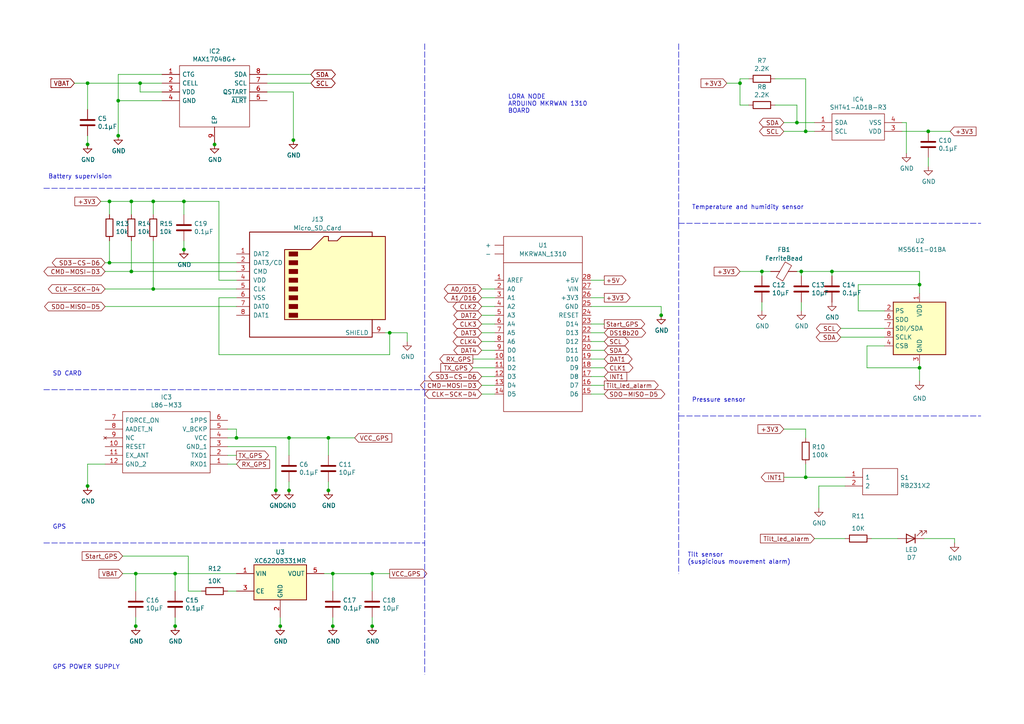
<source format=kicad_sch>
(kicad_sch (version 20211123) (generator eeschema)
  (paper "A4")
  (title_block (title "Open_beehive_scale_board") (date "2022-05-09") (rev "V0.1") (company "Ratamuse"))
  (lib_symbols
    (symbol "Connector:Micro_SD_Card" (pin_names (offset 1.016))
      (property "Reference" "J" (at -16.51 15.24 0))
      (property "Value" "Micro_SD_Card" (at 16.51 15.24 0))
      (symbol "Micro_SD_Card_0_1"
        (rectangle (start -7.62 -9.525) (end -5.08 -10.795) (fill (type outline)))
        (rectangle (start -7.62 -6.985) (end -5.08 -8.255) (fill (type outline)))
        (rectangle (start -7.62 -4.445) (end -5.08 -5.715) (fill (type outline)))
        (rectangle (start -7.62 -1.905) (end -5.08 -3.175) (fill (type outline)))
        (rectangle (start -7.62 0.635) (end -5.08 -0.635) (fill (type outline)))
        (rectangle (start -7.62 3.175) (end -5.08 1.905) (fill (type outline)))
        (rectangle (start -7.62 5.715) (end -5.08 4.445) (fill (type outline)))
        (rectangle (start -7.62 8.255) (end -5.08 6.985) (fill (type outline)))
        (polyline (pts (xy 16.51 12.7) (xy 16.51 13.97) (xy -19.05 13.97) (xy -19.05 -16.51) (xy 16.51 -16.51) (xy 16.51 -11.43)) (stroke (width 0.254)))
        (polyline (pts (xy -8.89 -11.43) (xy -8.89 8.89) (xy -1.27 8.89) (xy 2.54 12.7) (xy 3.81 12.7) (xy 3.81 11.43) (xy 6.35 11.43) (xy 7.62 12.7) (xy 20.32 12.7) (xy 20.32 -11.43) (xy -8.89 -11.43)) (stroke (width 0.254)) (fill (type background)))
      )
      (symbol "Micro_SD_Card_1_1"
        (pin bidirectional line (at -22.86 7.62 0) (length 3.81) (name "DAT2") (number "1"))
        (pin bidirectional line (at -22.86 5.08 0) (length 3.81) (name "DAT3/CD") (number "2"))
        (pin input line (at -22.86 2.54 0) (length 3.81) (name "CMD") (number "3"))
        (pin power_in line (at -22.86 0 0) (length 3.81) (name "VDD") (number "4"))
        (pin input line (at -22.86 -2.54 0) (length 3.81) (name "CLK") (number "5"))
        (pin power_in line (at -22.86 -5.08 0) (length 3.81) (name "VSS") (number "6"))
        (pin bidirectional line (at -22.86 -7.62 0) (length 3.81) (name "DAT0") (number "7"))
        (pin bidirectional line (at -22.86 -10.16 0) (length 3.81) (name "DAT1") (number "8"))
        (pin passive line (at 20.32 -15.24 180) (length 3.81) (name "SHIELD") (number "9"))
      )
    )
    (symbol "Device:C" (pin_numbers hide) (pin_names (offset 0.254))
      (property "Reference" "C" (at 0.635 2.54 0))
      (property "Value" "C" (at 0.635 -2.54 0))
      (symbol "C_0_1"
        (polyline (pts (xy -2.032 -0.762) (xy 2.032 -0.762)) (stroke (width 0.508)))
        (polyline (pts (xy -2.032 0.762) (xy 2.032 0.762)) (stroke (width 0.508)))
      )
      (symbol "C_1_1"
        (pin passive line (at 0 3.81 270) (length 2.794) (name "~") (number "1"))
        (pin passive line (at 0 -3.81 90) (length 2.794) (name "~") (number "2"))
      )
    )
    (symbol "Device:FerriteBead" (pin_numbers hide) (pin_names (offset 0))
      (property "Reference" "FB" (at -3.81 0.635 90))
      (property "Value" "FerriteBead" (at 3.81 0 90))
      (symbol "FerriteBead_0_1"
        (polyline (pts (xy 0 -1.27) (xy 0 -1.2192)))
        (polyline (pts (xy 0 1.27) (xy 0 1.2954)))
        (polyline (pts (xy -2.7686 0.4064) (xy -1.7018 2.2606) (xy 2.7686 -0.3048) (xy 1.6764 -2.159) (xy -2.7686 0.4064)))
      )
      (symbol "FerriteBead_1_1"
        (pin passive line (at 0 3.81 270) (length 2.54) (name "~") (number "1"))
        (pin passive line (at 0 -3.81 90) (length 2.54) (name "~") (number "2"))
      )
    )
    (symbol "Device:LED" (pin_numbers hide) (pin_names (offset 1.016) hide)
      (property "Reference" "D" (at 0 2.54 0))
      (property "Value" "LED" (at 0 -2.54 0))
      (symbol "LED_0_1"
        (polyline (pts (xy -1.27 -1.27) (xy -1.27 1.27)) (stroke (width 0.254)))
        (polyline (pts (xy -1.27 0) (xy 1.27 0)))
        (polyline (pts (xy 1.27 -1.27) (xy 1.27 1.27) (xy -1.27 0) (xy 1.27 -1.27)) (stroke (width 0.254)))
        (polyline (pts (xy -3.048 -0.762) (xy -4.572 -2.286) (xy -3.81 -2.286) (xy -4.572 -2.286) (xy -4.572 -1.524)))
        (polyline (pts (xy -1.778 -0.762) (xy -3.302 -2.286) (xy -2.54 -2.286) (xy -3.302 -2.286) (xy -3.302 -1.524)))
      )
      (symbol "LED_1_1"
        (pin passive line (at -3.81 0 0) (length 2.54) (name "K") (number "1"))
        (pin passive line (at 3.81 0 180) (length 2.54) (name "A") (number "2"))
      )
    )
    (symbol "Device:R" (pin_numbers hide) (pin_names (offset 0))
      (property "Reference" "R" (at 2.032 0 90))
      (property "Value" "R" (at 0 0 90))
      (symbol "R_0_1"
        (rectangle (start -1.016 -2.54) (end 1.016 2.54) (stroke (width 0.254)))
      )
      (symbol "R_1_1"
        (pin passive line (at 0 3.81 270) (length 1.27) (name "~") (number "1"))
        (pin passive line (at 0 -3.81 90) (length 1.27) (name "~") (number "2"))
      )
    )
    (symbol "L86-M33:L86-M33" (pin_names (offset 0.762))
      (property "Reference" "IC" (at 31.75 7.62 0))
      (property "Value" "L86-M33" (at 31.75 5.08 0))
      (symbol "L86-M33_0_0"
        (pin passive line (at 35.56 -12.7 180) (length 5.08) (name "RXD1") (number "1"))
        (pin passive line (at 0 -7.62 0) (length 5.08) (name "RESET") (number "10"))
        (pin passive line (at 0 -10.16 0) (length 5.08) (name "EX_ANT") (number "11"))
        (pin passive line (at 0 -12.7 0) (length 5.08) (name "GND_2") (number "12"))
        (pin passive line (at 35.56 -10.16 180) (length 5.08) (name "TXD1") (number "2"))
        (pin passive line (at 35.56 -7.62 180) (length 5.08) (name "GND_1") (number "3"))
        (pin passive line (at 35.56 -5.08 180) (length 5.08) (name "VCC") (number "4"))
        (pin passive line (at 35.56 -2.54 180) (length 5.08) (name "V_BCKP") (number "5"))
        (pin passive line (at 35.56 0 180) (length 5.08) (name "1PPS") (number "6"))
        (pin passive line (at 0 0 0) (length 5.08) (name "FORCE_ON") (number "7"))
        (pin passive line (at 0 -2.54 0) (length 5.08) (name "AADET_N") (number "8"))
        (pin no_connect line (at 0 -5.08 0) (length 5.08) (name "NC") (number "9"))
      )
      (symbol "L86-M33_0_1"
        (polyline (pts (xy 5.08 2.54) (xy 30.48 2.54) (xy 30.48 -15.24) (xy 5.08 -15.24) (xy 5.08 2.54)) (stroke (width 0.1524)))
      )
    )
    (symbol "MAX17048G+:MAX17048G+" (pin_names (offset 0.762))
      (property "Reference" "IC" (at 26.67 7.62 0))
      (property "Value" "MAX17048G+" (at 26.67 5.08 0))
      (symbol "MAX17048G+_0_0"
        (pin passive line (at 0 0 0) (length 5.08) (name "CTG") (number "1"))
        (pin passive line (at 0 -2.54 0) (length 5.08) (name "CELL") (number "2"))
        (pin passive line (at 0 -5.08 0) (length 5.08) (name "VDD") (number "3"))
        (pin passive line (at 0 -7.62 0) (length 5.08) (name "GND") (number "4"))
        (pin passive line (at 30.48 -7.62 180) (length 5.08) (name "~{ALRT}") (number "5"))
        (pin passive line (at 30.48 -5.08 180) (length 5.08) (name "QSTART") (number "6"))
        (pin passive line (at 30.48 -2.54 180) (length 5.08) (name "SCL") (number "7"))
        (pin passive line (at 30.48 0 180) (length 5.08) (name "SDA") (number "8"))
        (pin passive line (at 15.24 -20.32 90) (length 5.08) (name "EP") (number "9"))
      )
      (symbol "MAX17048G+_0_1"
        (polyline (pts (xy 5.08 2.54) (xy 25.4 2.54) (xy 25.4 -15.24) (xy 5.08 -15.24) (xy 5.08 2.54)) (stroke (width 0.1524)))
      )
    )
    (symbol "MKRShield_v1:MKRWAN_1310" (pin_names (offset 1.016))
      (property "Reference" "U1" (at 11.43 48.26 0))
      (property "Value" "MKRWAN_1310" (at 11.43 45.72 0))
      (symbol "MKRWAN_1310_0_1"
        (rectangle (start 0 43.18) (end 22.86 0))
        (rectangle (start 0 43.18) (end 22.86 50.8))
      )
      (symbol "MKRWAN_1310_1_1"
        (pin input line (at -2.54 38.1 0) (length 2.54) (name "AREF") (number "1"))
        (pin input line (at -2.54 15.24 0) (length 2.54) (name "D1") (number "10"))
        (pin input line (at -2.54 12.7 0) (length 2.54) (name "D2") (number "11"))
        (pin input line (at -2.54 10.16 0) (length 2.54) (name "D3") (number "12"))
        (pin input line (at -2.54 7.62 0) (length 2.54) (name "D4") (number "13"))
        (pin input line (at -2.54 5.08 0) (length 2.54) (name "D5") (number "14"))
        (pin input line (at 25.4 5.08 180) (length 2.54) (name "D6") (number "15"))
        (pin input line (at 25.4 7.62 180) (length 2.54) (name "D7") (number "16"))
        (pin input line (at 25.4 10.16 180) (length 2.54) (name "D8") (number "17"))
        (pin input line (at 25.4 12.7 180) (length 2.54) (name "D9") (number "18"))
        (pin input line (at 25.4 15.24 180) (length 2.54) (name "D10") (number "19"))
        (pin input line (at -2.54 35.56 0) (length 2.54) (name "A0") (number "2"))
        (pin input line (at 25.4 17.78 180) (length 2.54) (name "D11") (number "20"))
        (pin input line (at 25.4 20.32 180) (length 2.54) (name "D12") (number "21"))
        (pin input line (at 25.4 22.86 180) (length 2.54) (name "D13") (number "22"))
        (pin input line (at 25.4 25.4 180) (length 2.54) (name "D14") (number "23"))
        (pin input line (at 25.4 27.94 180) (length 2.54) (name "RESET") (number "24"))
        (pin input line (at 25.4 30.48 180) (length 2.54) (name "GND") (number "25"))
        (pin input line (at 25.4 33.02 180) (length 2.54) (name "+3V3") (number "26"))
        (pin input line (at 25.4 35.56 180) (length 2.54) (name "VIN") (number "27"))
        (pin input line (at 25.4 38.1 180) (length 2.54) (name "+5V") (number "28"))
        (pin input line (at -2.54 33.02 0) (length 2.54) (name "A1") (number "3"))
        (pin input line (at -2.54 30.48 0) (length 2.54) (name "A2") (number "4"))
        (pin input line (at -2.54 27.94 0) (length 2.54) (name "A3") (number "5"))
        (pin input line (at -2.54 25.4 0) (length 2.54) (name "A4") (number "6"))
        (pin input line (at -2.54 22.86 0) (length 2.54) (name "A5") (number "7"))
        (pin input line (at -2.54 20.32 0) (length 2.54) (name "A6") (number "8"))
        (pin input line (at -2.54 17.78 0) (length 2.54) (name "D0") (number "9"))
        (pin input line (at 0 48.26 180) (length 2.54) (name "+") (number "~"))
        (pin input line (at 0 45.72 180) (length 2.54) (name "-") (number "~"))
      )
    )
    (symbol "RB231X2:RB231X2" (pin_names (offset 0.762))
      (property "Reference" "S" (at 16.51 7.62 0))
      (property "Value" "RB231X2" (at 16.51 5.08 0))
      (symbol "RB231X2_0_0"
        (pin passive line (at 0 0 0) (length 5.08) (name "1") (number "1"))
        (pin passive line (at 0 -2.54 0) (length 5.08) (name "2") (number "2"))
      )
      (symbol "RB231X2_0_1"
        (polyline (pts (xy 5.08 2.54) (xy 15.24 2.54) (xy 15.24 -5.08) (xy 5.08 -5.08) (xy 5.08 2.54)) (stroke (width 0.1524)))
      )
    )
    (symbol "Regulator_Linear:XC6220B331MR"
      (property "Reference" "U" (at 0 8.89 0))
      (property "Value" "XC6220B331MR" (at 0 6.35 0))
      (symbol "XC6220B331MR_0_1"
        (rectangle (start -7.62 5.08) (end 7.62 -5.08) (stroke (width 0.254)) (fill (type background)))
      )
      (symbol "XC6220B331MR_1_1"
        (pin power_in line (at -12.7 2.54 0) (length 5.08) (name "VIN") (number "1"))
        (pin power_in line (at 0 -10.16 90) (length 5.08) (name "GND") (number "2"))
        (pin input line (at -12.7 -2.54 0) (length 5.08) (name "CE") (number "3"))
        (pin no_connect line (at 12.7 -2.54 180) (length 5.08) hide (name "NC") (number "4"))
        (pin power_out line (at 12.7 2.54 180) (length 5.08) (name "VOUT") (number "5"))
      )
    )
    (symbol "SHT41-AD1B-R3:SHT41-AD1B-R3" (pin_names (offset 0.762))
      (property "Reference" "IC" (at 21.59 7.62 0))
      (property "Value" "SHT41-AD1B-R3" (at 21.59 5.08 0))
      (symbol "SHT41-AD1B-R3_0_0"
        (pin passive line (at 0 0 0) (length 5.08) (name "SDA") (number "1"))
        (pin passive line (at 0 -2.54 0) (length 5.08) (name "SCL") (number "2"))
        (pin passive line (at 25.4 -2.54 180) (length 5.08) (name "VDD") (number "3"))
        (pin passive line (at 25.4 0 180) (length 5.08) (name "VSS") (number "4"))
      )
      (symbol "SHT41-AD1B-R3_0_1"
        (polyline (pts (xy 5.08 2.54) (xy 20.32 2.54) (xy 20.32 -5.08) (xy 5.08 -5.08) (xy 5.08 2.54)) (stroke (width 0.1524)))
      )
    )
    (symbol "Sensor_Pressure:MS5611-01BA"
      (property "Reference" "U" (at -6.35 8.89 0))
      (property "Value" "MS5611-01BA" (at 7.62 8.89 0))
      (symbol "MS5611-01BA_0_1"
        (rectangle (start -7.62 7.62) (end 7.62 -7.62) (stroke (width 0.254)) (fill (type background)))
      )
      (symbol "MS5611-01BA_1_1"
        (pin power_in line (at 0 10.16 270) (length 2.54) (name "VDD") (number "1"))
        (pin input line (at -10.16 5.08 0) (length 2.54) (name "PS") (number "2"))
        (pin power_in line (at 0 -10.16 90) (length 2.54) (name "GND") (number "3"))
        (pin input line (at -10.16 -5.08 0) (length 2.54) (name "CSB") (number "4"))
        (pin input line (at -10.16 -5.08 0) (length 2.54) hide (name "CSB") (number "5"))
        (pin output line (at -10.16 2.54 0) (length 2.54) (name "SDO") (number "6"))
        (pin bidirectional line (at -10.16 0 0) (length 2.54) (name "SDI/SDA") (number "7"))
        (pin input line (at -10.16 -2.54 0) (length 2.54) (name "SCLK") (number "8"))
      )
    )
    (symbol "power:GND" (power) (pin_names (offset 0))
      (property "Value" "GND" (at 0 -3.81 0))
      (symbol "GND_0_1"
        (polyline (pts (xy 0 0) (xy 0 -1.27) (xy 1.27 -1.27) (xy 0 -2.54) (xy -1.27 -1.27) (xy 0 -1.27)))
      )
      (symbol "GND_1_1"
        (pin power_in line (at 0 0 270) (length 0) hide (name "GND") (number "1"))
      )
    )
  )
  (junction (at 269.24 38.1))
  (junction (at 34.29 29.21))
  (junction (at 233.68 138.43))
  (junction (at 107.95 181.61))
  (junction (at 31.75 58.42))
  (junction (at 85.09 40.64))
  (junction (at 38.1 78.74))
  (junction (at 81.28 181.61))
  (junction (at 25.4 24.13))
  (junction (at 38.1 58.42))
  (junction (at 96.52 166.37))
  (junction (at 83.82 127))
  (junction (at 39.37 166.37))
  (junction (at 44.45 58.42))
  (junction (at 96.52 181.61))
  (junction (at 95.25 127))
  (junction (at 233.68 38.1))
  (junction (at 107.95 166.37))
  (junction (at 31.75 76.2))
  (junction (at 62.23 41.91))
  (junction (at 68.58 127))
  (junction (at 232.41 78.74))
  (junction (at 39.37 181.61))
  (junction (at 231.14 35.56))
  (junction (at 25.4 140.97))
  (junction (at 25.4 41.91))
  (junction (at 50.8 166.37))
  (junction (at 53.34 72.39))
  (junction (at 191.77 91.44))
  (junction (at 220.98 78.74))
  (junction (at 241.3 78.74))
  (junction (at 53.34 58.42))
  (junction (at 50.8 181.61))
  (junction (at 40.64 24.13))
  (junction (at 80.01 142.24))
  (junction (at 34.29 39.37))
  (junction (at 266.7 106.68))
  (junction (at 44.45 83.82))
  (junction (at 214.63 24.13))
  (junction (at 83.82 142.24))
  (junction (at 95.25 142.24))
  (junction (at 266.7 82.55))
  (junction (at 113.03 96.52))
  (wire (pts (xy 25.4 39.37) (xy 25.4 41.91)))
  (wire (pts (xy 269.24 45.72) (xy 269.24 48.26)))
  (wire (pts (xy 63.5 58.42) (xy 63.5 81.28)))
  (wire (pts (xy 214.63 30.48) (xy 214.63 24.13)))
  (wire (pts (xy 233.68 38.1) (xy 233.68 22.86)))
  (wire (pts (xy 113.03 96.52) (xy 118.11 96.52)))
  (wire (pts (xy 139.7 111.76) (xy 143.51 111.76)))
  (wire (pts (xy 50.8 171.45) (xy 50.8 166.37)))
  (wire (pts (xy 261.62 35.56) (xy 262.89 35.56)))
  (wire (pts (xy 267.97 156.21) (xy 276.86 156.21)))
  (wire (pts (xy 38.1 58.42) (xy 38.1 62.23)))
  (wire (pts (xy 31.75 58.42) (xy 38.1 58.42)))
  (wire (pts (xy 139.7 86.36) (xy 143.51 86.36)))
  (wire (pts (xy 68.58 134.62) (xy 66.04 134.62)))
  (wire (pts (xy 31.75 69.85) (xy 31.75 76.2)))
  (wire (pts (xy 107.95 166.37) (xy 113.03 166.37)))
  (wire (pts (xy 233.68 38.1) (xy 227.33 38.1)))
  (wire (pts (xy 80.01 129.54) (xy 80.01 142.24)))
  (wire (pts (xy 232.41 87.63) (xy 232.41 90.17)))
  (wire (pts (xy 50.8 166.37) (xy 68.58 166.37)))
  (polyline (pts (xy 123.19 113.03) (xy 123.19 114.3)))
  (wire (pts (xy 231.14 35.56) (xy 231.14 30.48)))
  (wire (pts (xy 95.25 127) (xy 102.87 127)))
  (wire (pts (xy 171.45 104.14) (xy 175.26 104.14)))
  (polyline (pts (xy 196.85 12.7) (xy 196.85 64.77)))
  (wire (pts (xy 251.46 100.33) (xy 251.46 106.68)))
  (wire (pts (xy 44.45 69.85) (xy 44.45 83.82)))
  (wire (pts (xy 30.48 83.82) (xy 44.45 83.82)))
  (wire (pts (xy 44.45 58.42) (xy 44.45 62.23)))
  (wire (pts (xy 139.7 91.44) (xy 143.51 91.44)))
  (wire (pts (xy 96.52 179.07) (xy 96.52 181.61)))
  (wire (pts (xy 214.63 78.74) (xy 220.98 78.74)))
  (wire (pts (xy 269.24 38.1) (xy 261.62 38.1)))
  (wire (pts (xy 214.63 22.86) (xy 217.17 22.86)))
  (wire (pts (xy 63.5 102.87) (xy 113.03 102.87)))
  (wire (pts (xy 68.58 127) (xy 68.58 124.46)))
  (wire (pts (xy 139.7 83.82) (xy 143.51 83.82)))
  (wire (pts (xy 139.7 99.06) (xy 143.51 99.06)))
  (wire (pts (xy 171.45 114.3) (xy 175.26 114.3)))
  (wire (pts (xy 118.11 96.52) (xy 118.11 99.06)))
  (wire (pts (xy 25.4 24.13) (xy 25.4 31.75)))
  (wire (pts (xy 276.86 156.21) (xy 276.86 157.48)))
  (wire (pts (xy 220.98 78.74) (xy 223.52 78.74)))
  (wire (pts (xy 40.64 26.67) (xy 46.99 26.67)))
  (wire (pts (xy 77.47 24.13) (xy 90.17 24.13)))
  (wire (pts (xy 29.21 58.42) (xy 31.75 58.42)))
  (wire (pts (xy 266.7 82.55) (xy 266.7 78.74)))
  (wire (pts (xy 38.1 78.74) (xy 68.58 78.74)))
  (wire (pts (xy 44.45 58.42) (xy 53.34 58.42)))
  (wire (pts (xy 243.84 97.79) (xy 256.54 97.79)))
  (wire (pts (xy 30.48 88.9) (xy 68.58 88.9)))
  (wire (pts (xy 139.7 88.9) (xy 143.51 88.9)))
  (wire (pts (xy 191.77 88.9) (xy 191.77 91.44)))
  (wire (pts (xy 220.98 80.01) (xy 220.98 78.74)))
  (wire (pts (xy 171.45 111.76) (xy 175.26 111.76)))
  (wire (pts (xy 214.63 24.13) (xy 210.82 24.13)))
  (wire (pts (xy 68.58 86.36) (xy 63.5 86.36)))
  (wire (pts (xy 38.1 58.42) (xy 44.45 58.42)))
  (wire (pts (xy 256.54 100.33) (xy 251.46 100.33)))
  (wire (pts (xy 66.04 129.54) (xy 80.01 129.54)))
  (wire (pts (xy 248.92 90.17) (xy 256.54 90.17)))
  (wire (pts (xy 50.8 179.07) (xy 50.8 181.61)))
  (wire (pts (xy 231.14 35.56) (xy 236.22 35.56)))
  (wire (pts (xy 96.52 171.45) (xy 96.52 166.37)))
  (polyline (pts (xy 12.7 157.48) (xy 123.19 157.48)))
  (wire (pts (xy 236.22 38.1) (xy 233.68 38.1)))
  (wire (pts (xy 233.68 138.43) (xy 227.33 138.43)))
  (wire (pts (xy 30.48 78.74) (xy 38.1 78.74)))
  (wire (pts (xy 231.14 30.48) (xy 224.79 30.48)))
  (wire (pts (xy 139.7 96.52) (xy 143.51 96.52)))
  (wire (pts (xy 266.7 105.41) (xy 266.7 106.68)))
  (wire (pts (xy 34.29 29.21) (xy 34.29 39.37)))
  (wire (pts (xy 269.24 38.1) (xy 275.59 38.1)))
  (wire (pts (xy 96.52 166.37) (xy 107.95 166.37)))
  (wire (pts (xy 171.45 81.28) (xy 175.26 81.28)))
  (wire (pts (xy 237.49 140.97) (xy 237.49 147.32)))
  (wire (pts (xy 25.4 134.62) (xy 25.4 140.97)))
  (wire (pts (xy 39.37 171.45) (xy 39.37 166.37)))
  (wire (pts (xy 95.25 139.7) (xy 95.25 142.24)))
  (wire (pts (xy 31.75 76.2) (xy 68.58 76.2)))
  (wire (pts (xy 111.76 96.52) (xy 113.03 96.52)))
  (wire (pts (xy 217.17 30.48) (xy 214.63 30.48)))
  (wire (pts (xy 171.45 101.6) (xy 175.26 101.6)))
  (wire (pts (xy 95.25 132.08) (xy 95.25 127)))
  (wire (pts (xy 25.4 24.13) (xy 40.64 24.13)))
  (wire (pts (xy 233.68 124.46) (xy 227.33 124.46)))
  (wire (pts (xy 68.58 127) (xy 83.82 127)))
  (wire (pts (xy 245.11 140.97) (xy 237.49 140.97)))
  (wire (pts (xy 171.45 99.06) (xy 175.26 99.06)))
  (wire (pts (xy 77.47 26.67) (xy 85.09 26.67)))
  (wire (pts (xy 46.99 24.13) (xy 40.64 24.13)))
  (wire (pts (xy 243.84 95.25) (xy 256.54 95.25)))
  (wire (pts (xy 68.58 124.46) (xy 66.04 124.46)))
  (polyline (pts (xy 12.7 113.03) (xy 123.19 113.03)))
  (wire (pts (xy 248.92 82.55) (xy 248.92 90.17)))
  (wire (pts (xy 241.3 78.74) (xy 266.7 78.74)))
  (polyline (pts (xy 196.85 64.77) (xy 196.85 120.65)))
  (wire (pts (xy 44.45 83.82) (xy 68.58 83.82)))
  (polyline (pts (xy 196.85 64.77) (xy 284.48 64.77)))
  (wire (pts (xy 40.64 24.13) (xy 40.64 26.67)))
  (wire (pts (xy 241.3 78.74) (xy 241.3 80.01)))
  (wire (pts (xy 46.99 21.59) (xy 34.29 21.59)))
  (wire (pts (xy 93.98 166.37) (xy 96.52 166.37)))
  (wire (pts (xy 231.14 35.56) (xy 227.33 35.56)))
  (wire (pts (xy 139.7 101.6) (xy 143.51 101.6)))
  (wire (pts (xy 251.46 106.68) (xy 266.7 106.68)))
  (wire (pts (xy 233.68 22.86) (xy 224.79 22.86)))
  (wire (pts (xy 266.7 82.55) (xy 248.92 82.55)))
  (wire (pts (xy 39.37 179.07) (xy 39.37 181.61)))
  (polyline (pts (xy 12.7 54.61) (xy 123.19 54.61)))
  (wire (pts (xy 220.98 87.63) (xy 220.98 90.17)))
  (wire (pts (xy 137.16 106.68) (xy 143.51 106.68)))
  (wire (pts (xy 85.09 26.67) (xy 85.09 40.64)))
  (wire (pts (xy 233.68 127) (xy 233.68 124.46)))
  (wire (pts (xy 53.34 69.85) (xy 53.34 72.39)))
  (wire (pts (xy 171.45 88.9) (xy 191.77 88.9)))
  (wire (pts (xy 233.68 138.43) (xy 233.68 134.62)))
  (wire (pts (xy 232.41 78.74) (xy 241.3 78.74)))
  (wire (pts (xy 245.11 138.43) (xy 233.68 138.43)))
  (wire (pts (xy 81.28 179.07) (xy 81.28 181.61)))
  (wire (pts (xy 35.56 161.29) (xy 54.61 161.29)))
  (wire (pts (xy 175.26 109.22) (xy 171.45 109.22)))
  (wire (pts (xy 30.48 76.2) (xy 31.75 76.2)))
  (wire (pts (xy 39.37 166.37) (xy 50.8 166.37)))
  (wire (pts (xy 46.99 29.21) (xy 34.29 29.21)))
  (wire (pts (xy 175.26 96.52) (xy 171.45 96.52)))
  (wire (pts (xy 66.04 127) (xy 68.58 127)))
  (wire (pts (xy 252.73 156.21) (xy 260.35 156.21)))
  (wire (pts (xy 63.5 81.28) (xy 68.58 81.28)))
  (polyline (pts (xy 196.85 120.65) (xy 284.48 120.65)))
  (wire (pts (xy 83.82 132.08) (xy 83.82 127)))
  (wire (pts (xy 262.89 35.56) (xy 262.89 44.45)))
  (wire (pts (xy 266.7 106.68) (xy 266.7 110.49)))
  (polyline (pts (xy 196.85 120.65) (xy 196.85 166.37)))
  (wire (pts (xy 214.63 24.13) (xy 214.63 22.86)))
  (wire (pts (xy 171.45 86.36) (xy 175.26 86.36)))
  (wire (pts (xy 83.82 127) (xy 95.25 127)))
  (wire (pts (xy 232.41 78.74) (xy 232.41 80.01)))
  (wire (pts (xy 236.22 156.21) (xy 245.11 156.21)))
  (wire (pts (xy 139.7 109.22) (xy 143.51 109.22)))
  (wire (pts (xy 25.4 134.62) (xy 30.48 134.62)))
  (wire (pts (xy 266.7 85.09) (xy 266.7 82.55)))
  (wire (pts (xy 63.5 86.36) (xy 63.5 102.87)))
  (wire (pts (xy 21.59 24.13) (xy 25.4 24.13)))
  (wire (pts (xy 38.1 69.85) (xy 38.1 78.74)))
  (wire (pts (xy 34.29 21.59) (xy 34.29 29.21)))
  (wire (pts (xy 53.34 58.42) (xy 63.5 58.42)))
  (wire (pts (xy 83.82 139.7) (xy 83.82 142.24)))
  (wire (pts (xy 231.14 78.74) (xy 232.41 78.74)))
  (wire (pts (xy 139.7 114.3) (xy 143.51 114.3)))
  (wire (pts (xy 113.03 102.87) (xy 113.03 96.52)))
  (wire (pts (xy 139.7 93.98) (xy 143.51 93.98)))
  (wire (pts (xy 31.75 58.42) (xy 31.75 62.23)))
  (wire (pts (xy 175.26 106.68) (xy 171.45 106.68)))
  (wire (pts (xy 53.34 58.42) (xy 53.34 62.23)))
  (wire (pts (xy 137.16 104.14) (xy 143.51 104.14)))
  (wire (pts (xy 107.95 179.07) (xy 107.95 181.61)))
  (wire (pts (xy 58.42 171.45) (xy 54.61 171.45)))
  (wire (pts (xy 66.04 171.45) (xy 68.58 171.45)))
  (wire (pts (xy 77.47 21.59) (xy 90.17 21.59)))
  (wire (pts (xy 35.56 166.37) (xy 39.37 166.37)))
  (polyline (pts (xy 123.19 12.7) (xy 123.19 195.58)))
  (wire (pts (xy 107.95 171.45) (xy 107.95 166.37)))
  (wire (pts (xy 54.61 171.45) (xy 54.61 161.29)))
  (wire (pts (xy 171.45 93.98) (xy 175.26 93.98)))
  (wire (pts (xy 66.04 132.08) (xy 68.58 132.08)))
  (text "SD CARD" (at 15.24 109.22 0) (effects (font (size 1.27 1.27)) (justify left bottom)))
  (text "GPS" (at 15.24 153.67 0) (effects (font (size 1.27 1.27)) (justify left bottom)))
  (text "LORA NODE \nARDUINO MKRWAN 1310\nBOARD" (at 147.32 33.02 0) (effects (font (size 1.27 1.27)) (justify left bottom)))
  (text "Battery supervision\n" (at 13.97 52.07 0) (effects (font (size 1.27 1.27)) (justify left bottom)))
  (text "Tilt sensor \n(suspicious mouvement alarm)" (at 199.39 163.83 0) (effects (font (size 1.27 1.27)) (justify left bottom)))
  (text "Temperature and humidity sensor\n" (at 200.66 60.96 0) (effects (font (size 1.27 1.27)) (justify left bottom)))
  (text "Pressure sensor" (at 200.66 116.84 0) (effects (font (size 1.27 1.27)) (justify left bottom)))
  (text "GPS POWER SUPPLY" (at 15.24 194.31 0) (effects (font (size 1.27 1.27)) (justify left bottom)))
  (global_label "TX_GPS" (shape output) (at 68.58 132.08 0) (property "Intersheet References" "${INTERSHEET_REFS}" (effects hide)))
  (global_label "+3V3" (shape input) (at 29.21 58.42 180) (property "Intersheet References" "${INTERSHEET_REFS}" (effects hide)))
  (global_label "SDA" (shape bidirectional) (at 90.17 21.59 0) (property "Intersheet References" "${INTERSHEET_REFS}" (effects hide)))
  (global_label "Start_GPS" (shape input) (at 35.56 161.29 180) (property "Intersheet References" "${INTERSHEET_REFS}" (effects hide)))
  (global_label "SCL" (shape bidirectional) (at 90.17 24.13 0) (property "Intersheet References" "${INTERSHEET_REFS}" (effects hide)))
  (global_label "+3V3" (shape input) (at 214.63 78.74 180) (property "Intersheet References" "${INTERSHEET_REFS}" (effects hide)))
  (global_label "+3V3" (shape input) (at 227.33 124.46 180) (property "Intersheet References" "${INTERSHEET_REFS}" (effects hide)))
  (global_label "SD3-CS-D6" (shape bidirectional) (at 139.7 109.22 180) (property "Intersheet References" "${INTERSHEET_REFS}" (effects hide)))
  (global_label "A0{slash}D15" (shape bidirectional) (at 139.7 83.82 180) (property "Intersheet References" "${INTERSHEET_REFS}" (effects hide)))
  (global_label "SCL" (shape bidirectional) (at 243.84 95.25 180) (property "Intersheet References" "${INTERSHEET_REFS}" (effects hide)))
  (global_label "SD3-CS-D6" (shape bidirectional) (at 30.48 76.2 180) (property "Intersheet References" "${INTERSHEET_REFS}" (effects hide)))
  (global_label "DS18b20" (shape bidirectional) (at 175.26 96.52 0) (property "Intersheet References" "${INTERSHEET_REFS}" (effects hide)))
  (global_label "+5V" (shape output) (at 175.26 81.28 0) (property "Intersheet References" "${INTERSHEET_REFS}" (effects hide)))
  (global_label "+3V3" (shape input) (at 210.82 24.13 180) (property "Intersheet References" "${INTERSHEET_REFS}" (effects hide)))
  (global_label "SCL" (shape bidirectional) (at 227.33 38.1 180) (property "Intersheet References" "${INTERSHEET_REFS}" (effects hide)))
  (global_label "CLK-SCK-D4" (shape bidirectional) (at 30.48 83.82 180) (property "Intersheet References" "${INTERSHEET_REFS}" (effects hide)))
  (global_label "SCL" (shape bidirectional) (at 90.17 24.13 0) (property "Intersheet References" "${INTERSHEET_REFS}" (effects hide)))
  (global_label "VCC_GPS" (shape output) (at 113.03 166.37 0) (property "Intersheet References" "${INTERSHEET_REFS}" (effects hide)))
  (global_label "Tilt_led_alarm" (shape input) (at 236.22 156.21 180) (property "Intersheet References" "${INTERSHEET_REFS}" (effects hide)))
  (global_label "SDA" (shape bidirectional) (at 227.33 35.56 180) (property "Intersheet References" "${INTERSHEET_REFS}" (effects hide)))
  (global_label "DAT1" (shape bidirectional) (at 175.26 104.14 0) (property "Intersheet References" "${INTERSHEET_REFS}" (effects hide)))
  (global_label "VBAT" (shape input) (at 35.56 166.37 180) (property "Intersheet References" "${INTERSHEET_REFS}" (effects hide)))
  (global_label "DAT2" (shape bidirectional) (at 139.7 91.44 180) (property "Intersheet References" "${INTERSHEET_REFS}" (effects hide)))
  (global_label "SDA" (shape bidirectional) (at 175.26 101.6 0) (property "Intersheet References" "${INTERSHEET_REFS}" (effects hide)))
  (global_label "Tilt_led_alarm" (shape output) (at 175.26 111.76 0) (property "Intersheet References" "${INTERSHEET_REFS}" (effects hide)))
  (global_label "A1{slash}D16" (shape bidirectional) (at 139.7 86.36 180) (property "Intersheet References" "${INTERSHEET_REFS}" (effects hide)))
  (global_label "SDO-MISO-D5" (shape bidirectional) (at 175.26 114.3 0) (property "Intersheet References" "${INTERSHEET_REFS}" (effects hide)))
  (global_label "+3V3" (shape input) (at 275.59 38.1 0) (property "Intersheet References" "${INTERSHEET_REFS}" (effects hide)))
  (global_label "TX_GPS" (shape input) (at 137.16 106.68 180) (property "Intersheet References" "${INTERSHEET_REFS}" (effects hide)))
  (global_label "SDA" (shape bidirectional) (at 90.17 21.59 0) (property "Intersheet References" "${INTERSHEET_REFS}" (effects hide)))
  (global_label "CLK4" (shape bidirectional) (at 139.7 99.06 180) (property "Intersheet References" "${INTERSHEET_REFS}" (effects hide)))
  (global_label "DAT3" (shape bidirectional) (at 139.7 96.52 180) (property "Intersheet References" "${INTERSHEET_REFS}" (effects hide)))
  (global_label "Start_GPS" (shape output) (at 175.26 93.98 0) (property "Intersheet References" "${INTERSHEET_REFS}" (effects hide)))
  (global_label "CLK-SCK-D4" (shape bidirectional) (at 139.7 114.3 180) (property "Intersheet References" "${INTERSHEET_REFS}" (effects hide)))
  (global_label "CMD-MOSI-D3" (shape bidirectional) (at 139.7 111.76 180) (property "Intersheet References" "${INTERSHEET_REFS}" (effects hide)))
  (global_label "CLK1" (shape bidirectional) (at 175.26 106.68 0) (property "Intersheet References" "${INTERSHEET_REFS}" (effects hide)))
  (global_label "INT1" (shape output) (at 227.33 138.43 180) (property "Intersheet References" "${INTERSHEET_REFS}" (effects hide)))
  (global_label "SCL" (shape bidirectional) (at 175.26 99.06 0) (property "Intersheet References" "${INTERSHEET_REFS}" (effects hide)))
  (global_label "INT1" (shape input) (at 175.26 109.22 0) (property "Intersheet References" "${INTERSHEET_REFS}" (effects hide)))
  (global_label "CLK3" (shape bidirectional) (at 139.7 93.98 180) (property "Intersheet References" "${INTERSHEET_REFS}" (effects hide)))
  (global_label "VBAT" (shape input) (at 21.59 24.13 180) (property "Intersheet References" "${INTERSHEET_REFS}" (effects hide)))
  (global_label "DAT4" (shape bidirectional) (at 139.7 101.6 180) (property "Intersheet References" "${INTERSHEET_REFS}" (effects hide)))
  (global_label "CMD-MOSI-D3" (shape bidirectional) (at 30.48 78.74 180) (property "Intersheet References" "${INTERSHEET_REFS}" (effects hide)))
  (global_label "+3V3" (shape output) (at 175.26 86.36 0) (property "Intersheet References" "${INTERSHEET_REFS}" (effects hide)))
  (global_label "RX_GPS" (shape output) (at 137.16 104.14 180) (property "Intersheet References" "${INTERSHEET_REFS}" (effects hide)))
  (global_label "SDO-MISO-D5" (shape bidirectional) (at 30.48 88.9 180) (property "Intersheet References" "${INTERSHEET_REFS}" (effects hide)))
  (global_label "SDA" (shape bidirectional) (at 243.84 97.79 180) (property "Intersheet References" "${INTERSHEET_REFS}" (effects hide)))
  (global_label "CLK2" (shape bidirectional) (at 139.7 88.9 180) (property "Intersheet References" "${INTERSHEET_REFS}" (effects hide)))
  (global_label "VCC_GPS" (shape input) (at 102.87 127 0) (property "Intersheet References" "${INTERSHEET_REFS}" (effects hide)))
  (global_label "VBAT" (shape input) (at 21.59 24.13 180) (property "Intersheet References" "${INTERSHEET_REFS}" (effects hide)))
  (global_label "RX_GPS" (shape input) (at 68.58 134.62 0) (property "Intersheet References" "${INTERSHEET_REFS}" (effects hide)))
  (symbol (lib_id "Device:C") (at 95.25 135.89 0) (unit 1)
    (property "Reference" "C11" (at 98.171 134.7216 0) (effects (justify left)))
    (property "Value" "10µF" (at 98.171 137.033 0) (effects (justify left)))
    (property "Footprint" "Capacitor_SMD:C_0805_2012Metric" (effects hide))
  )
  (symbol (lib_id "power:GND") (at 95.25 142.24 0) (unit 1)
    (property "Reference" "#PWR0116" (effects hide))
    (property "Value" "GND" (at 95.377 146.6342 0))
  )
  (symbol (lib_id "power:GND") (at 95.25 142.24 0) (unit 1)
    (property "Reference" "#PWR0117" (effects hide))
    (property "Value" "GND" (at 95.377 146.6342 0))
  )
  (symbol (lib_id "RB231X2:RB231X2") (at 245.11 138.43 0) (unit 1)
    (property "Reference" "S1" (at 261.0612 138.5316 0) (effects (justify left)))
    (property "Value" "RB231X2" (at 261.0612 140.843 0) (effects (justify left)))
    (property "Footprint" "Empreintes:RB231X2" (effects hide))
    (property "Datasheet" "http://www.mouser.com/datasheet/2/60/rb-965392.pdf" (effects hide))
    (property "Description" "Tilt Switches ROLLING BALL" (effects hide))
    (property "Height" "4" (effects hide))
    (property "Manufacturer_Name" "C & K COMPONENTS" (effects hide))
    (property "Manufacturer_Part_Number" "RB231X2" (effects hide))
    (property "Mouser Part Number" "611-RB-231X2" (effects hide))
    (property "Mouser Price/Stock" "https://www.mouser.co.uk/ProductDetail/CK/RB231X2?qs=Gufeu08L%2Fl3N%2F2jZGTaJow%3D%3D" (effects hide))
    (property "Arrow Part Number" "RB231X2" (effects hide))
    (property "Arrow Price/Stock" "https://www.arrow.com/en/products/rb231x2/ck" (effects hide))
  )
  (symbol (lib_id "L86-M33:L86-M33") (at 30.48 121.92 0) (unit 1)
    (property "Reference" "IC3" (at 48.26 115.189 0))
    (property "Value" "L86-M33" (at 48.26 117.5004 0))
    (property "Footprint" "Empreintes:L80-M39" (effects hide))
    (property "Datasheet" "https://docs-emea.rs-online.com/webdocs/147d/0900766b8147dbfb.pdf" (effects hide))
    (property "Description" "GPS/GLONASS receiver + antenna pack of 1" (effects hide))
    (property "Manufacturer_Name" "Quectel" (effects hide))
    (property "Manufacturer_Part_Number" "L86-M33" (effects hide))
    (property "Arrow Part Number" "L86-M33" (effects hide))
    (property "Arrow Price/Stock" "https://www.arrow.com/en/products/l86-m33/quectel-wireless-solutions-co-ltd" (effects hide))
  )
  (symbol (lib_id "power:GND") (at 237.49 147.32 0) (unit 1)
    (property "Reference" "#PWR0126" (effects hide))
    (property "Value" "GND" (at 237.617 151.7142 0))
  )
  (symbol (lib_id "power:GND") (at 25.4 140.97 0) (unit 1)
    (property "Reference" "#PWR0118" (effects hide))
    (property "Value" "GND" (at 25.527 145.3642 0))
  )
  (symbol (lib_id "power:GND") (at 25.4 140.97 0) (unit 1)
    (property "Reference" "#PWR0119" (effects hide))
    (property "Value" "GND" (at 25.527 145.3642 0))
  )
  (symbol (lib_id "Device:R") (at 233.68 130.81 0) (unit 1)
    (property "Reference" "R10" (at 235.458 129.6416 0) (effects (justify left)))
    (property "Value" "100k" (at 235.458 131.953 0) (effects (justify left)))
    (property "Footprint" "Resistor_SMD:R_0603_1608Metric" (effects hide))
  )
  (symbol (lib_id "Device:C") (at 83.82 135.89 0) (unit 1)
    (property "Reference" "C6" (at 86.741 134.7216 0) (effects (justify left)))
    (property "Value" "0.1µF" (at 86.741 137.033 0) (effects (justify left)))
    (property "Footprint" "Capacitor_SMD:C_0603_1608Metric" (effects hide))
  )
  (symbol (lib_id "power:GND") (at 83.82 142.24 0) (unit 1)
    (property "Reference" "#PWR0120" (effects hide))
    (property "Value" "GND" (at 83.947 146.6342 0))
  )
  (symbol (lib_id "power:GND") (at 83.82 142.24 0) (unit 1)
    (property "Reference" "#PWR0121" (effects hide))
    (property "Value" "GND" (at 83.947 146.6342 0))
  )
  (symbol (lib_id "MKRShield_v1:MKRWAN_1310") (at 146.05 119.38 0) (unit 1)
    (property "Reference" "U1" (at 157.48 71.12 0))
    (property "Value" "MKRWAN_1310" (at 157.48 73.66 0))
    (property "Footprint" "Empreintes:ARDUINO_ABX00012" (effects hide))
  )
  (symbol (lib_id "MAX17048G+:MAX17048G+") (at 46.99 21.59 0) (unit 1)
    (property "Reference" "IC2" (at 62.23 14.859 0))
    (property "Value" "MAX17048G+" (at 62.23 17.1704 0))
    (property "Footprint" "Empreintes:SON50P200X200X80-9N-D" (effects hide))
    (property "Datasheet" "https://datasheets.maximintegrated.com/en/ds/MAX17048-MAX17049.pdf" (effects hide))
    (property "Description" "3uA 1-Cell/2-Cell Fuel Gauge with ModelGauge, TDFN-8" (effects hide))
    (property "Height" "0.8" (effects hide))
    (property "Manufacturer_Name" "Maxim Integrated" (effects hide))
    (property "Manufacturer_Part_Number" "MAX17048G+" (effects hide))
    (property "Arrow Part Number" "MAX17048G+" (effects hide))
    (property "Mouser Part Number" "700-MAX17048G+" (effects hide))
    (property "Mouser Price/Stock" "https://www.mouser.co.uk/ProductDetail/Maxim-Integrated/MAX17048G%2b?qs=D7PJwyCwLArjnts0jPerYw%3D%3D" (effects hide))
  )
  (symbol (lib_id "power:GND") (at 34.29 39.37 0) (unit 1)
    (property "Reference" "#PWR0101" (effects hide))
    (property "Value" "GND" (at 34.417 43.7642 0))
  )
  (symbol (lib_id "power:GND") (at 62.23 41.91 0) (unit 1)
    (property "Reference" "#PWR0105" (effects hide))
    (property "Value" "GND" (at 62.357 46.3042 0))
  )
  (symbol (lib_id "power:GND") (at 85.09 40.64 0) (unit 1)
    (property "Reference" "#PWR0106" (effects hide))
    (property "Value" "GND" (at 85.217 45.0342 0))
  )
  (symbol (lib_id "Device:C") (at 25.4 35.56 0) (unit 1)
    (property "Reference" "C5" (at 28.321 34.3916 0) (effects (justify left)))
    (property "Value" "0.1µF" (at 28.321 36.703 0) (effects (justify left)))
    (property "Footprint" "Capacitor_SMD:C_0603_1608Metric" (effects hide))
  )
  (symbol (lib_id "power:GND") (at 25.4 41.91 0) (unit 1)
    (property "Reference" "#PWR0107" (effects hide))
    (property "Value" "GND" (at 25.527 46.3042 0))
  )
  (symbol (lib_id "power:GND") (at 34.29 39.37 0) (unit 1)
    (property "Reference" "#PWR0108" (effects hide))
    (property "Value" "GND" (at 34.417 43.7642 0))
  )
  (symbol (lib_id "power:GND") (at 62.23 41.91 0) (unit 1)
    (property "Reference" "#PWR0110" (effects hide))
    (property "Value" "GND" (at 62.357 46.3042 0))
  )
  (symbol (lib_id "power:GND") (at 85.09 40.64 0) (unit 1)
    (property "Reference" "#PWR0111" (effects hide))
    (property "Value" "GND" (at 85.217 45.0342 0))
  )
  (symbol (lib_id "power:GND") (at 25.4 41.91 0) (unit 1)
    (property "Reference" "#PWR0113" (effects hide))
    (property "Value" "GND" (at 25.527 46.3042 0))
  )
  (symbol (lib_id "Device:R") (at 220.98 30.48 270) (unit 1)
    (property "Reference" "R8" (at 220.98 25.2222 90))
    (property "Value" "2.2K" (at 220.98 27.5336 90))
    (property "Footprint" "Resistor_SMD:R_0603_1608Metric" (effects hide))
  )
  (symbol (lib_id "Device:R") (at 220.98 22.86 270) (unit 1)
    (property "Reference" "R7" (at 220.98 17.6022 90))
    (property "Value" "2.2K" (at 220.98 19.9136 90))
    (property "Footprint" "Resistor_SMD:R_0603_1608Metric" (effects hide))
  )
  (symbol (lib_id "SHT41-AD1B-R3:SHT41-AD1B-R3") (at 236.22 35.56 0) (unit 1)
    (property "Reference" "IC4" (at 248.92 28.829 0))
    (property "Value" "SHT41-AD1B-R3" (at 248.92 31.1404 0))
    (property "Footprint" "Empreintes:SHT41AD1BR3" (effects hide))
    (property "Datasheet" "https://www.mouser.fr/datasheet/2/682/Sensirion_Humidity_Sensors_SHT4x_Datasheet-2001050.pdf" (effects hide))
    (property "Description" "Board Mount Humidity Sensors Intermediate Humidity and Temperature Sensor - Bulk" (effects hide))
    (property "Height" "0.59" (effects hide))
    (property "Manufacturer_Name" "Sensirion" (effects hide))
    (property "Manufacturer_Part_Number" "SHT41-AD1B-R3" (effects hide))
    (property "Mouser Part Number" "403-SHT41-AD1B-R3" (effects hide))
    (property "Mouser Price/Stock" "https://www.mouser.co.uk/ProductDetail/Sensirion/SHT41-AD1B-R3?qs=XAiT9M5g4x9TCtE5W6N3dA%3D%3D" (effects hide))
  )
  (symbol (lib_id "power:GND") (at 262.89 44.45 0) (unit 1)
    (property "Reference" "#PWR0114" (effects hide))
    (property "Value" "GND" (at 263.017 48.8442 0))
  )
  (symbol (lib_id "Device:C") (at 269.24 41.91 0) (unit 1)
    (property "Reference" "C10" (at 272.161 40.7416 0) (effects (justify left)))
    (property "Value" "0.1µF" (at 272.161 43.053 0) (effects (justify left)))
    (property "Footprint" "Capacitor_SMD:C_0603_1608Metric" (effects hide))
  )
  (symbol (lib_id "power:GND") (at 269.24 48.26 0) (unit 1)
    (property "Reference" "#PWR0115" (effects hide))
    (property "Value" "GND" (at 269.367 52.6542 0))
  )
  (symbol (lib_id "power:GND") (at 80.01 142.24 0) (unit 1)
    (property "Reference" "#PWR0122" (effects hide))
    (property "Value" "GND" (at 80.137 146.6342 0))
  )
  (symbol (lib_id "power:GND") (at 80.01 142.24 0) (unit 1)
    (property "Reference" "#PWR0123" (effects hide))
    (property "Value" "GND" (at 80.137 146.6342 0))
  )
  (symbol (lib_id "power:GND") (at 191.77 91.44 0) (unit 1)
    (property "Reference" "#PWR0124" (effects hide))
    (property "Value" "GND" (at 191.897 95.8342 0))
  )
  (symbol (lib_id "power:GND") (at 191.77 91.44 0) (unit 1)
    (property "Reference" "#PWR0125" (effects hide))
    (property "Value" "GND" (at 191.897 95.8342 0))
  )
  (symbol (lib_id "Device:C") (at 220.98 83.82 0) (unit 1)
    (property "Reference" "C12" (at 223.901 82.6516 0) (effects (justify left)))
    (property "Value" "10µF" (at 223.901 84.963 0) (effects (justify left)))
    (property "Footprint" "Capacitor_SMD:C_0805_2012Metric" (effects hide))
  )
  (symbol (lib_id "Device:FerriteBead") (at 227.33 78.74 270) (unit 1)
    (property "Reference" "FB1" (at 227.3808 72.3986 90))
    (property "Value" "FerriteBead" (at 227.3808 74.9355 90))
    (property "Footprint" "Resistor_SMD:R_0603_1608Metric" (effects hide))
  )
  (symbol (lib_id "power:GND") (at 50.8 181.61 0) (unit 1)
    (property "Reference" "#PWR0156" (effects hide))
    (property "Value" "GND" (at 50.927 186.0042 0))
  )
  (symbol (lib_id "Device:R") (at 248.92 156.21 270) (unit 1)
    (property "Reference" "R11" (at 248.92 149.6822 90))
    (property "Value" "10K" (at 248.92 153.2636 90))
    (property "Footprint" "Resistor_SMD:R_0603_1608Metric" (effects hide))
  )
  (symbol (lib_id "Device:C") (at 39.37 175.26 0) (unit 1)
    (property "Reference" "C16" (at 42.291 174.0916 0) (effects (justify left)))
    (property "Value" "10µF" (at 42.291 176.403 0) (effects (justify left)))
    (property "Footprint" "Capacitor_SMD:C_0603_1608Metric" (effects hide))
  )
  (symbol (lib_id "Device:C") (at 232.41 83.82 0) (unit 1)
    (property "Reference" "C13" (at 235.331 82.6516 0) (effects (justify left)))
    (property "Value" "10µF" (at 235.331 84.963 0) (effects (justify left)))
    (property "Footprint" "Capacitor_SMD:C_0805_2012Metric" (effects hide))
  )
  (symbol (lib_id "power:GND") (at 107.95 181.61 0) (unit 1)
    (property "Reference" "#PWR0158" (effects hide))
    (property "Value" "GND" (at 108.077 186.0042 0))
  )
  (symbol (lib_id "Device:C") (at 107.95 175.26 0) (unit 1)
    (property "Reference" "C18" (at 110.871 174.0916 0) (effects (justify left)))
    (property "Value" "10µF" (at 110.871 176.403 0) (effects (justify left)))
    (property "Footprint" "Capacitor_SMD:C_0805_2012Metric" (effects hide))
  )
  (symbol (lib_id "power:GND") (at 107.95 181.61 0) (unit 1)
    (property "Reference" "#PWR0159" (effects hide))
    (property "Value" "GND" (at 108.077 186.0042 0))
  )
  (symbol (lib_id "power:GND") (at 96.52 181.61 0) (unit 1)
    (property "Reference" "#PWR0153" (effects hide))
    (property "Value" "GND" (at 96.647 186.0042 0))
  )
  (symbol (lib_id "Device:R") (at 38.1 66.04 0) (unit 1)
    (property "Reference" "R14" (at 39.878 64.8716 0) (effects (justify left)))
    (property "Value" "10k" (at 39.878 67.183 0) (effects (justify left)))
    (property "Footprint" "Resistor_SMD:R_0603_1608Metric" (effects hide))
  )
  (symbol (lib_id "power:GND") (at 39.37 181.61 0) (unit 1)
    (property "Reference" "#PWR0155" (effects hide))
    (property "Value" "GND" (at 39.497 186.0042 0))
  )
  (symbol (lib_id "power:GND") (at 276.86 157.48 0) (unit 1)
    (property "Reference" "#PWR0152" (effects hide))
    (property "Value" "GND" (at 276.987 161.8742 0))
  )
  (symbol (lib_id "Device:R") (at 44.45 66.04 0) (unit 1)
    (property "Reference" "R15" (at 46.228 64.8716 0) (effects (justify left)))
    (property "Value" "10k" (at 46.228 67.183 0) (effects (justify left)))
    (property "Footprint" "Resistor_SMD:R_0603_1608Metric" (effects hide))
  )
  (symbol (lib_id "power:GND") (at 266.7 110.49 0) (unit 1)
    (property "Reference" "#PWR0142" (effects hide))
    (property "Value" "GND" (at 266.7 115.57 0))
  )
  (symbol (lib_id "power:GND") (at 39.37 181.61 0) (unit 1)
    (property "Reference" "#PWR0154" (effects hide))
    (property "Value" "GND" (at 39.497 186.0042 0))
  )
  (symbol (lib_id "power:GND") (at 232.41 90.17 0) (unit 1)
    (property "Reference" "#PWR0144" (effects hide))
    (property "Value" "GND" (at 232.537 94.5642 0))
  )
  (symbol (lib_id "power:GND") (at 118.11 99.06 0) (unit 1)
    (property "Reference" "#PWR0165" (effects hide))
    (property "Value" "GND" (at 118.237 103.4542 0))
  )
  (symbol (lib_id "Device:C") (at 50.8 175.26 0) (unit 1)
    (property "Reference" "C15" (at 53.721 174.0916 0) (effects (justify left)))
    (property "Value" "0.1µF" (at 53.721 176.403 0) (effects (justify left)))
    (property "Footprint" "Capacitor_SMD:C_0805_2012Metric" (effects hide))
  )
  (symbol (lib_id "power:GND") (at 81.28 181.61 0) (unit 1)
    (property "Reference" "#PWR0161" (effects hide))
    (property "Value" "GND" (at 81.407 186.0042 0))
  )
  (symbol (lib_id "power:GND") (at 81.28 181.61 0) (unit 1)
    (property "Reference" "#PWR0162" (effects hide))
    (property "Value" "GND" (at 81.407 186.0042 0))
  )
  (symbol (lib_id "Device:C") (at 53.34 66.04 0) (unit 1)
    (property "Reference" "C19" (at 56.261 64.8716 0) (effects (justify left)))
    (property "Value" "0.1µF" (at 56.261 67.183 0) (effects (justify left)))
    (property "Footprint" "Capacitor_SMD:C_0603_1608Metric" (effects hide))
  )
  (symbol (lib_id "Device:C") (at 96.52 175.26 0) (unit 1)
    (property "Reference" "C17" (at 99.441 174.0916 0) (effects (justify left)))
    (property "Value" "0.1µF" (at 99.441 176.403 0) (effects (justify left)))
    (property "Footprint" "Capacitor_SMD:C_0603_1608Metric" (effects hide))
  )
  (symbol (lib_id "Device:R") (at 62.23 171.45 270) (unit 1)
    (property "Reference" "R12" (at 62.23 164.9222 90))
    (property "Value" "10K" (at 62.23 168.5036 90))
    (property "Footprint" "Resistor_SMD:R_0603_1608Metric" (effects hide))
  )
  (symbol (lib_id "Device:R") (at 31.75 66.04 0) (unit 1)
    (property "Reference" "R13" (at 33.528 64.8716 0) (effects (justify left)))
    (property "Value" "10k" (at 33.528 67.183 0) (effects (justify left)))
    (property "Footprint" "Resistor_SMD:R_0603_1608Metric" (effects hide))
  )
  (symbol (lib_id "Regulator_Linear:XC6220B331MR") (at 81.28 168.91 0) (unit 1)
    (property "Reference" "U3" (at 81.28 160.1302 0))
    (property "Value" "XC6220B331MR" (at 81.28 162.6671 0))
    (property "Footprint" "Package_TO_SOT_SMD:SOT-23-5" (effects hide))
    (property "Datasheet" "https://www.torexsemi.com/file/xc6220/XC6220.pdf" (effects hide))
  )
  (symbol (lib_id "Connector:Micro_SD_Card") (at 91.44 81.28 0) (unit 1)
    (property "Reference" "J13" (at 92.075 63.6102 0))
    (property "Value" "Micro_SD_Card" (at 92.075 66.1471 0))
    (property "Footprint" "Connector_Card:microSD_HC_Hirose_DM3AT-SF-PEJM5" (effects hide))
    (property "Datasheet" "http://katalog.we-online.de/em/datasheet/693072010801.pdf" (effects hide))
  )
  (symbol (lib_id "power:GND") (at 220.98 90.17 0) (unit 1)
    (property "Reference" "#PWR0143" (effects hide))
    (property "Value" "GND" (at 221.107 94.5642 0))
  )
  (symbol (lib_id "Device:C") (at 241.3 83.82 0) (unit 1)
    (property "Reference" "C14" (at 244.221 82.6516 0) (effects (justify left)))
    (property "Value" "0.1µF" (at 244.221 84.963 0) (effects (justify left)))
    (property "Footprint" "Capacitor_SMD:C_0603_1608Metric" (effects hide))
  )
  (symbol (lib_id "power:GND") (at 50.8 181.61 0) (unit 1)
    (property "Reference" "#PWR0157" (effects hide))
    (property "Value" "GND" (at 50.927 186.0042 0))
  )
  (symbol (lib_id "power:GND") (at 241.3 87.63 0) (unit 1)
    (property "Reference" "#PWR0145" (effects hide))
    (property "Value" "GND" (at 241.427 92.0242 0))
  )
  (symbol (lib_id "power:GND") (at 96.52 181.61 0) (unit 1)
    (property "Reference" "#PWR0160" (effects hide))
    (property "Value" "GND" (at 96.647 186.0042 0))
  )
  (symbol (lib_id "Sensor_Pressure:MS5611-01BA") (at 266.7 95.25 0) (unit 1)
    (property "Reference" "U2" (at 265.43 69.85 0) (effects (justify left)))
    (property "Value" "MS5611-01BA" (at 260.35 72.39 0) (effects (justify left)))
    (property "Footprint" "Package_LGA:LGA-8_3x5mm_P1.25mm" (effects hide))
    (property "Datasheet" "https://www.te.com/commerce/DocumentDelivery/DDEController?Action=srchrtrv&DocNm=MS5611-01BA03&DocType=Data+Sheet&DocLang=English" (effects hide))
  )
  (symbol (lib_id "power:GND") (at 53.34 72.39 0) (unit 1)
    (property "Reference" "#PWR0164" (effects hide))
    (property "Value" "GND" (at 53.467 76.7842 0))
  )
  (symbol (lib_id "power:GND") (at 53.34 72.39 0) (unit 1)
    (property "Reference" "#PWR0163" (effects hide))
    (property "Value" "GND" (at 53.467 76.7842 0))
  )
  (symbol (lib_id "Device:LED") (at 264.16 156.21 180) (unit 1)
    (property "Reference" "D7" (at 264.3378 161.7218 0))
    (property "Value" "LED" (at 264.3378 159.4104 0))
    (property "Footprint" "LED_SMD:LED_0603_1608Metric" (effects hide))
  )
  (sheet (at 0 215.9) (size 77.47 58.42)
    (property "Sheet name" "ruchea" (at 0 215.1884 0) (effects (justify left bottom)))
    (property "Sheet file" "ruchea.kicad_sch" (at 0 274.9046 0) (effects (justify left top)))
  )
  (sheet (at 0 289.56) (size 101.6 64.77)
    (property "Sheet name" "rucheb" (at 0 288.8484 0) (effects (justify left bottom)))
    (property "Sheet file" "rucheb.kicad_sch" (at 0 354.9146 0) (effects (justify left top)))
  )
)
</source>
